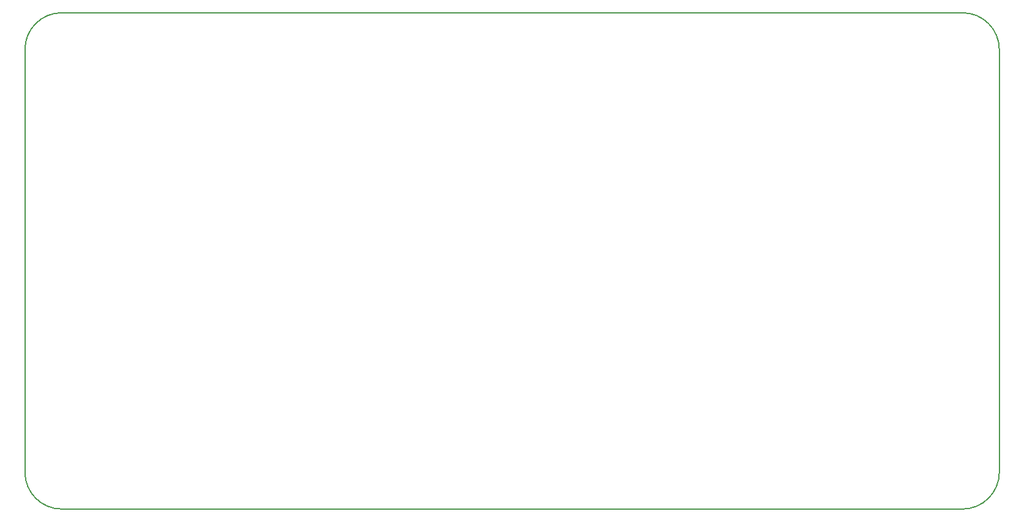
<source format=gm1>
G04 #@! TF.FileFunction,Profile,NP*
%FSLAX46Y46*%
G04 Gerber Fmt 4.6, Leading zero omitted, Abs format (unit mm)*
G04 Created by KiCad (PCBNEW 4.0.6) date Sun May 21 15:13:16 2017*
%MOMM*%
%LPD*%
G01*
G04 APERTURE LIST*
%ADD10C,0.100000*%
%ADD11C,0.150000*%
G04 APERTURE END LIST*
D10*
D11*
X48260000Y-53340000D02*
X172720000Y-53340000D01*
X43180000Y-116840000D02*
X43180000Y-58420000D01*
X172720000Y-121920000D02*
X48260000Y-121920000D01*
X177800000Y-58420000D02*
X177800000Y-116840000D01*
X172720000Y-121920000D02*
G75*
G03X177800000Y-116840000I0J5080000D01*
G01*
X43180000Y-116840000D02*
G75*
G03X48260000Y-121920000I5080000J0D01*
G01*
X48260000Y-53340000D02*
G75*
G03X43180000Y-58420000I0J-5080000D01*
G01*
X177800000Y-58420000D02*
G75*
G03X172720000Y-53340000I-5080000J0D01*
G01*
M02*

</source>
